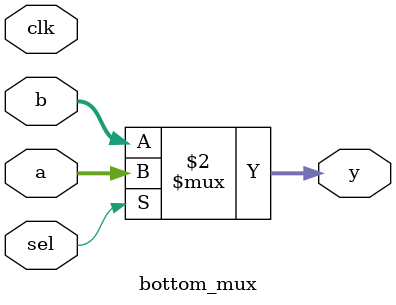
<source format=v>
`timescale 1ns / 1ps

module bottom_mux(
    //#(parameter BITS = 32)(
    output reg [4:0] y, //[BITS-1:0] y, Output of Multiplexer
    input wire [4:0] a, b, //[BITS-1:0] a, Input 1 of Multiplexer b, // Input 0 of Multiplexer
    input wire sel, clk// Select Input is RegDst
    );
    always @(*)
    begin
        y = sel ? a : b;
        end
endmodule // mux

</source>
